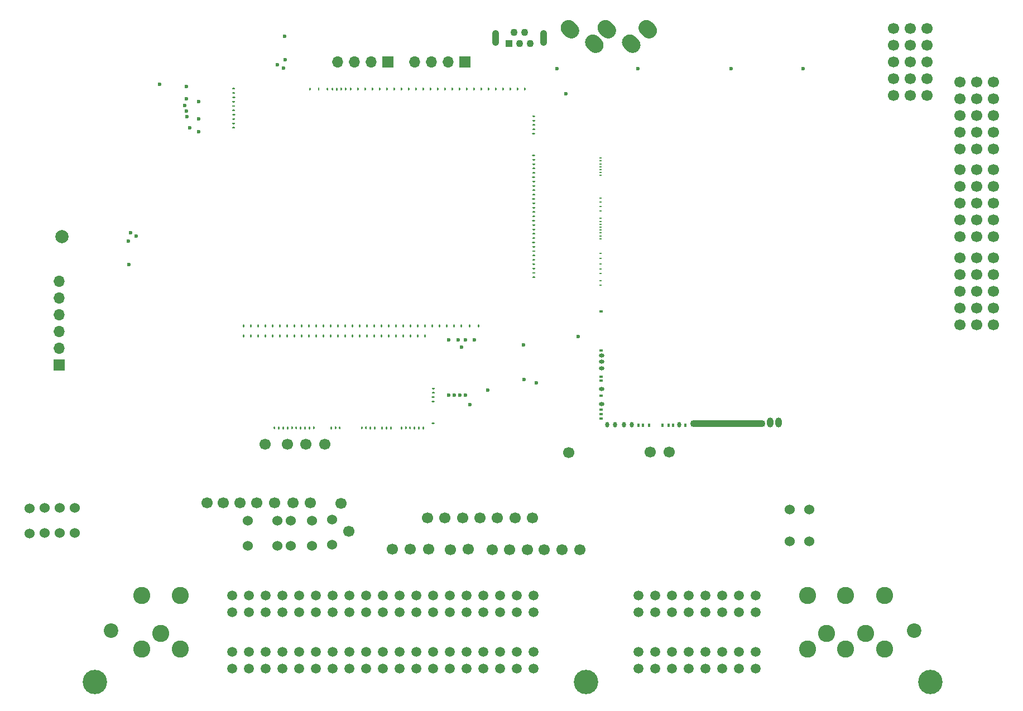
<source format=gbs>
G04 #@! TF.GenerationSoftware,KiCad,Pcbnew,(5.99.0-10192-g8d0191151d)*
G04 #@! TF.CreationDate,2021-04-27T20:27:15+03:00*
G04 #@! TF.ProjectId,hellen121vag,68656c6c-656e-4313-9231-7661672e6b69,a*
G04 #@! TF.SameCoordinates,PX2b953a0PY6943058*
G04 #@! TF.FileFunction,Soldermask,Bot*
G04 #@! TF.FilePolarity,Negative*
%FSLAX46Y46*%
G04 Gerber Fmt 4.6, Leading zero omitted, Abs format (unit mm)*
G04 Created by KiCad (PCBNEW (5.99.0-10192-g8d0191151d)) date 2021-04-27 20:27:15*
%MOMM*%
%LPD*%
G01*
G04 APERTURE LIST*
%ADD10C,3.700000*%
%ADD11C,2.200000*%
%ADD12C,2.600000*%
%ADD13C,1.500000*%
%ADD14C,1.700000*%
%ADD15C,0.599999*%
%ADD16O,1.000001X1.500000*%
%ADD17O,11.400000X1.100000*%
%ADD18O,0.399999X0.599999*%
%ADD19O,0.599999X0.800001*%
%ADD20O,0.599999X0.399999*%
%ADD21O,0.800001X0.599999*%
%ADD22O,0.399999X0.200000*%
%ADD23C,1.524000*%
%ADD24R,1.700000X1.700000*%
%ADD25O,1.700000X1.700000*%
%ADD26C,0.600000*%
%ADD27R,1.100000X1.100000*%
%ADD28C,1.100000*%
%ADD29O,1.100000X2.400000*%
%ADD30C,2.000000*%
G04 APERTURE END LIST*
D10*
G04 #@! TO.C,P1*
X145348000Y5492000D03*
X18648000Y5492000D03*
X93148000Y5492000D03*
D11*
X142898000Y13292000D03*
X21098000Y13292000D03*
D12*
X25748000Y10492000D03*
X31548000Y10492000D03*
X28648000Y12822000D03*
X25748000Y18622000D03*
X31548000Y18622000D03*
D13*
X85168000Y18622000D03*
X82628000Y18622000D03*
X80088000Y18622000D03*
X77548000Y18622000D03*
X75008000Y18622000D03*
X72468000Y18622000D03*
X69928000Y18622000D03*
X67388000Y18622000D03*
X64848000Y18622000D03*
X62308000Y18622000D03*
X59768000Y18622000D03*
X57228000Y18622000D03*
X54688000Y18622000D03*
X52148000Y18622000D03*
X49608000Y18622000D03*
X47068000Y18622000D03*
X44528000Y18622000D03*
X41988000Y18622000D03*
X39448000Y18622000D03*
X85168000Y16082000D03*
X82628000Y16082000D03*
X80088000Y16082000D03*
X77548000Y16082000D03*
X75008000Y16082000D03*
X72468000Y16082000D03*
X69928000Y16082000D03*
X67388000Y16082000D03*
X64848000Y16082000D03*
X62308000Y16082000D03*
X59768000Y16082000D03*
X57228000Y16082000D03*
X54688000Y16082000D03*
X52148000Y16082000D03*
X49608000Y16082000D03*
X47068000Y16082000D03*
X44528000Y16082000D03*
X41988000Y16082000D03*
X39448000Y16082000D03*
X85168000Y10032000D03*
X82628000Y10032000D03*
X80088000Y10032000D03*
X77548000Y10032000D03*
X75008000Y10032000D03*
X72468000Y10032000D03*
X69928000Y10032000D03*
X67388000Y10032000D03*
X64848000Y10032000D03*
X62308000Y10032000D03*
X59768000Y10032000D03*
X57228000Y10032000D03*
X54688000Y10032000D03*
X52148000Y10032000D03*
X49608000Y10032000D03*
X47068000Y10032000D03*
X44528000Y10032000D03*
X41988000Y10032000D03*
X39448000Y10032000D03*
X85168000Y7492000D03*
X82628000Y7492000D03*
X80088000Y7492000D03*
X77548000Y7492000D03*
X75008000Y7492000D03*
X72468000Y7492000D03*
X69928000Y7492000D03*
X67388000Y7492000D03*
X64848000Y7492000D03*
X62308000Y7492000D03*
X59768000Y7492000D03*
X57228000Y7492000D03*
X54688000Y7492000D03*
X52148000Y7492000D03*
X49608000Y7492000D03*
X47068000Y7492000D03*
X44528000Y7492000D03*
X41988000Y7492000D03*
X39448000Y7492000D03*
X101138000Y7492000D03*
X103678000Y7492000D03*
X106218000Y7492000D03*
X108758000Y7492000D03*
X111298000Y7492000D03*
X113838000Y7492000D03*
X116378000Y7492000D03*
X118918000Y7492000D03*
X101138000Y10032000D03*
X103678000Y10032000D03*
X106218000Y10032000D03*
X108758000Y10032000D03*
X111298000Y10032000D03*
X113838000Y10032000D03*
X116378000Y10032000D03*
X118918000Y10032000D03*
X101138000Y16082000D03*
X103678000Y16082000D03*
X106218000Y16082000D03*
X108758000Y16082000D03*
X111298000Y16082000D03*
X113838000Y16082000D03*
X116378000Y16082000D03*
X118918000Y16082000D03*
X101138000Y18622000D03*
X103678000Y18622000D03*
X106218000Y18622000D03*
X108758000Y18622000D03*
X111298000Y18622000D03*
X113838000Y18622000D03*
X116378000Y18622000D03*
X118918000Y18622000D03*
D12*
X126748000Y10492000D03*
X132548000Y10492000D03*
X138448000Y10492000D03*
X129648000Y12822000D03*
X135548000Y12822000D03*
X126748000Y18622000D03*
X132548000Y18622000D03*
X138448000Y18622000D03*
G04 #@! TD*
G04 #@! TO.C,M3*
G36*
G01*
X85339497Y91171375D02*
X85089497Y91171375D01*
G75*
G02*
X84964497Y91296375I0J125000D01*
G01*
X84964497Y91296375D01*
G75*
G02*
X85089497Y91421375I125000J0D01*
G01*
X85339497Y91421375D01*
G75*
G02*
X85464497Y91296375I0J-125000D01*
G01*
X85464497Y91296375D01*
G75*
G02*
X85339497Y91171375I-125000J0D01*
G01*
G37*
G36*
G01*
X85089497Y90761377D02*
X85339497Y90761377D01*
G75*
G02*
X85464497Y90636377I0J-125000D01*
G01*
X85464497Y90636377D01*
G75*
G02*
X85339497Y90511377I-125000J0D01*
G01*
X85089497Y90511377D01*
G75*
G02*
X84964497Y90636377I0J125000D01*
G01*
X84964497Y90636377D01*
G75*
G02*
X85089497Y90761377I125000J0D01*
G01*
G37*
G36*
G01*
X85089497Y90101372D02*
X85339497Y90101372D01*
G75*
G02*
X85464497Y89976372I0J-125000D01*
G01*
X85464497Y89976372D01*
G75*
G02*
X85339497Y89851372I-125000J0D01*
G01*
X85089497Y89851372D01*
G75*
G02*
X84964497Y89976372I0J125000D01*
G01*
X84964497Y89976372D01*
G75*
G02*
X85089497Y90101372I125000J0D01*
G01*
G37*
G36*
G01*
X85089497Y89441377D02*
X85339497Y89441377D01*
G75*
G02*
X85464497Y89316377I0J-125000D01*
G01*
X85464497Y89316377D01*
G75*
G02*
X85339497Y89191377I-125000J0D01*
G01*
X85089497Y89191377D01*
G75*
G02*
X84964497Y89316377I0J125000D01*
G01*
X84964497Y89316377D01*
G75*
G02*
X85089497Y89441377I125000J0D01*
G01*
G37*
G36*
G01*
X85089497Y88781375D02*
X85339497Y88781375D01*
G75*
G02*
X85464497Y88656375I0J-125000D01*
G01*
X85464497Y88656375D01*
G75*
G02*
X85339497Y88531375I-125000J0D01*
G01*
X85089497Y88531375D01*
G75*
G02*
X84964497Y88656375I0J125000D01*
G01*
X84964497Y88656375D01*
G75*
G02*
X85089497Y88781375I125000J0D01*
G01*
G37*
G36*
G01*
X85089497Y85481374D02*
X85339497Y85481374D01*
G75*
G02*
X85464497Y85356374I0J-125000D01*
G01*
X85464497Y85356374D01*
G75*
G02*
X85339497Y85231374I-125000J0D01*
G01*
X85089497Y85231374D01*
G75*
G02*
X84964497Y85356374I0J125000D01*
G01*
X84964497Y85356374D01*
G75*
G02*
X85089497Y85481374I125000J0D01*
G01*
G37*
G36*
G01*
X85089497Y84821373D02*
X85339497Y84821373D01*
G75*
G02*
X85464497Y84696373I0J-125000D01*
G01*
X85464497Y84696373D01*
G75*
G02*
X85339497Y84571373I-125000J0D01*
G01*
X85089497Y84571373D01*
G75*
G02*
X84964497Y84696373I0J125000D01*
G01*
X84964497Y84696373D01*
G75*
G02*
X85089497Y84821373I125000J0D01*
G01*
G37*
G36*
G01*
X85089497Y84161371D02*
X85339497Y84161371D01*
G75*
G02*
X85464497Y84036371I0J-125000D01*
G01*
X85464497Y84036371D01*
G75*
G02*
X85339497Y83911371I-125000J0D01*
G01*
X85089497Y83911371D01*
G75*
G02*
X84964497Y84036371I0J125000D01*
G01*
X84964497Y84036371D01*
G75*
G02*
X85089497Y84161371I125000J0D01*
G01*
G37*
G36*
G01*
X85089497Y83501373D02*
X85339497Y83501373D01*
G75*
G02*
X85464497Y83376373I0J-125000D01*
G01*
X85464497Y83376373D01*
G75*
G02*
X85339497Y83251373I-125000J0D01*
G01*
X85089497Y83251373D01*
G75*
G02*
X84964497Y83376373I0J125000D01*
G01*
X84964497Y83376373D01*
G75*
G02*
X85089497Y83501373I125000J0D01*
G01*
G37*
G36*
G01*
X85089497Y82841371D02*
X85339497Y82841371D01*
G75*
G02*
X85464497Y82716371I0J-125000D01*
G01*
X85464497Y82716371D01*
G75*
G02*
X85339497Y82591371I-125000J0D01*
G01*
X85089497Y82591371D01*
G75*
G02*
X84964497Y82716371I0J125000D01*
G01*
X84964497Y82716371D01*
G75*
G02*
X85089497Y82841371I125000J0D01*
G01*
G37*
G36*
G01*
X85089497Y82181373D02*
X85339497Y82181373D01*
G75*
G02*
X85464497Y82056373I0J-125000D01*
G01*
X85464497Y82056373D01*
G75*
G02*
X85339497Y81931373I-125000J0D01*
G01*
X85089497Y81931373D01*
G75*
G02*
X84964497Y82056373I0J125000D01*
G01*
X84964497Y82056373D01*
G75*
G02*
X85089497Y82181373I125000J0D01*
G01*
G37*
G36*
G01*
X85089497Y81521372D02*
X85339497Y81521372D01*
G75*
G02*
X85464497Y81396372I0J-125000D01*
G01*
X85464497Y81396372D01*
G75*
G02*
X85339497Y81271372I-125000J0D01*
G01*
X85089497Y81271372D01*
G75*
G02*
X84964497Y81396372I0J125000D01*
G01*
X84964497Y81396372D01*
G75*
G02*
X85089497Y81521372I125000J0D01*
G01*
G37*
G36*
G01*
X85089497Y80861373D02*
X85339497Y80861373D01*
G75*
G02*
X85464497Y80736373I0J-125000D01*
G01*
X85464497Y80736373D01*
G75*
G02*
X85339497Y80611373I-125000J0D01*
G01*
X85089497Y80611373D01*
G75*
G02*
X84964497Y80736373I0J125000D01*
G01*
X84964497Y80736373D01*
G75*
G02*
X85089497Y80861373I125000J0D01*
G01*
G37*
G36*
G01*
X85089497Y80201372D02*
X85339497Y80201372D01*
G75*
G02*
X85464497Y80076372I0J-125000D01*
G01*
X85464497Y80076372D01*
G75*
G02*
X85339497Y79951372I-125000J0D01*
G01*
X85089497Y79951372D01*
G75*
G02*
X84964497Y80076372I0J125000D01*
G01*
X84964497Y80076372D01*
G75*
G02*
X85089497Y80201372I125000J0D01*
G01*
G37*
G36*
G01*
X85089497Y79541373D02*
X85339497Y79541373D01*
G75*
G02*
X85464497Y79416373I0J-125000D01*
G01*
X85464497Y79416373D01*
G75*
G02*
X85339497Y79291373I-125000J0D01*
G01*
X85089497Y79291373D01*
G75*
G02*
X84964497Y79416373I0J125000D01*
G01*
X84964497Y79416373D01*
G75*
G02*
X85089497Y79541373I125000J0D01*
G01*
G37*
G36*
G01*
X85089497Y78881372D02*
X85339497Y78881372D01*
G75*
G02*
X85464497Y78756372I0J-125000D01*
G01*
X85464497Y78756372D01*
G75*
G02*
X85339497Y78631372I-125000J0D01*
G01*
X85089497Y78631372D01*
G75*
G02*
X84964497Y78756372I0J125000D01*
G01*
X84964497Y78756372D01*
G75*
G02*
X85089497Y78881372I125000J0D01*
G01*
G37*
G36*
G01*
X85089497Y78221373D02*
X85339497Y78221373D01*
G75*
G02*
X85464497Y78096373I0J-125000D01*
G01*
X85464497Y78096373D01*
G75*
G02*
X85339497Y77971373I-125000J0D01*
G01*
X85089497Y77971373D01*
G75*
G02*
X84964497Y78096373I0J125000D01*
G01*
X84964497Y78096373D01*
G75*
G02*
X85089497Y78221373I125000J0D01*
G01*
G37*
G36*
G01*
X85089497Y77561372D02*
X85339497Y77561372D01*
G75*
G02*
X85464497Y77436372I0J-125000D01*
G01*
X85464497Y77436372D01*
G75*
G02*
X85339497Y77311372I-125000J0D01*
G01*
X85089497Y77311372D01*
G75*
G02*
X84964497Y77436372I0J125000D01*
G01*
X84964497Y77436372D01*
G75*
G02*
X85089497Y77561372I125000J0D01*
G01*
G37*
G36*
G01*
X85089497Y76901373D02*
X85339497Y76901373D01*
G75*
G02*
X85464497Y76776373I0J-125000D01*
G01*
X85464497Y76776373D01*
G75*
G02*
X85339497Y76651373I-125000J0D01*
G01*
X85089497Y76651373D01*
G75*
G02*
X84964497Y76776373I0J125000D01*
G01*
X84964497Y76776373D01*
G75*
G02*
X85089497Y76901373I125000J0D01*
G01*
G37*
G36*
G01*
X85089497Y76241372D02*
X85339497Y76241372D01*
G75*
G02*
X85464497Y76116372I0J-125000D01*
G01*
X85464497Y76116372D01*
G75*
G02*
X85339497Y75991372I-125000J0D01*
G01*
X85089497Y75991372D01*
G75*
G02*
X84964497Y76116372I0J125000D01*
G01*
X84964497Y76116372D01*
G75*
G02*
X85089497Y76241372I125000J0D01*
G01*
G37*
G36*
G01*
X85089497Y75581373D02*
X85339497Y75581373D01*
G75*
G02*
X85464497Y75456373I0J-125000D01*
G01*
X85464497Y75456373D01*
G75*
G02*
X85339497Y75331373I-125000J0D01*
G01*
X85089497Y75331373D01*
G75*
G02*
X84964497Y75456373I0J125000D01*
G01*
X84964497Y75456373D01*
G75*
G02*
X85089497Y75581373I125000J0D01*
G01*
G37*
G36*
G01*
X85089497Y74921372D02*
X85339497Y74921372D01*
G75*
G02*
X85464497Y74796372I0J-125000D01*
G01*
X85464497Y74796372D01*
G75*
G02*
X85339497Y74671372I-125000J0D01*
G01*
X85089497Y74671372D01*
G75*
G02*
X84964497Y74796372I0J125000D01*
G01*
X84964497Y74796372D01*
G75*
G02*
X85089497Y74921372I125000J0D01*
G01*
G37*
G36*
G01*
X85089497Y74261373D02*
X85339497Y74261373D01*
G75*
G02*
X85464497Y74136373I0J-125000D01*
G01*
X85464497Y74136373D01*
G75*
G02*
X85339497Y74011373I-125000J0D01*
G01*
X85089497Y74011373D01*
G75*
G02*
X84964497Y74136373I0J125000D01*
G01*
X84964497Y74136373D01*
G75*
G02*
X85089497Y74261373I125000J0D01*
G01*
G37*
G36*
G01*
X85089497Y73601372D02*
X85339497Y73601372D01*
G75*
G02*
X85464497Y73476372I0J-125000D01*
G01*
X85464497Y73476372D01*
G75*
G02*
X85339497Y73351372I-125000J0D01*
G01*
X85089497Y73351372D01*
G75*
G02*
X84964497Y73476372I0J125000D01*
G01*
X84964497Y73476372D01*
G75*
G02*
X85089497Y73601372I125000J0D01*
G01*
G37*
G36*
G01*
X85089497Y72941373D02*
X85339497Y72941373D01*
G75*
G02*
X85464497Y72816373I0J-125000D01*
G01*
X85464497Y72816373D01*
G75*
G02*
X85339497Y72691373I-125000J0D01*
G01*
X85089497Y72691373D01*
G75*
G02*
X84964497Y72816373I0J125000D01*
G01*
X84964497Y72816373D01*
G75*
G02*
X85089497Y72941373I125000J0D01*
G01*
G37*
G36*
G01*
X85089497Y72281372D02*
X85339497Y72281372D01*
G75*
G02*
X85464497Y72156372I0J-125000D01*
G01*
X85464497Y72156372D01*
G75*
G02*
X85339497Y72031372I-125000J0D01*
G01*
X85089497Y72031372D01*
G75*
G02*
X84964497Y72156372I0J125000D01*
G01*
X84964497Y72156372D01*
G75*
G02*
X85089497Y72281372I125000J0D01*
G01*
G37*
G36*
G01*
X85089497Y71621374D02*
X85339497Y71621374D01*
G75*
G02*
X85464497Y71496374I0J-125000D01*
G01*
X85464497Y71496374D01*
G75*
G02*
X85339497Y71371374I-125000J0D01*
G01*
X85089497Y71371374D01*
G75*
G02*
X84964497Y71496374I0J125000D01*
G01*
X84964497Y71496374D01*
G75*
G02*
X85089497Y71621374I125000J0D01*
G01*
G37*
G36*
G01*
X85089497Y70961372D02*
X85339497Y70961372D01*
G75*
G02*
X85464497Y70836372I0J-125000D01*
G01*
X85464497Y70836372D01*
G75*
G02*
X85339497Y70711372I-125000J0D01*
G01*
X85089497Y70711372D01*
G75*
G02*
X84964497Y70836372I0J125000D01*
G01*
X84964497Y70836372D01*
G75*
G02*
X85089497Y70961372I125000J0D01*
G01*
G37*
G36*
G01*
X85089497Y70301374D02*
X85339497Y70301374D01*
G75*
G02*
X85464497Y70176374I0J-125000D01*
G01*
X85464497Y70176374D01*
G75*
G02*
X85339497Y70051374I-125000J0D01*
G01*
X85089497Y70051374D01*
G75*
G02*
X84964497Y70176374I0J125000D01*
G01*
X84964497Y70176374D01*
G75*
G02*
X85089497Y70301374I125000J0D01*
G01*
G37*
G36*
G01*
X85089497Y69641372D02*
X85339497Y69641372D01*
G75*
G02*
X85464497Y69516372I0J-125000D01*
G01*
X85464497Y69516372D01*
G75*
G02*
X85339497Y69391372I-125000J0D01*
G01*
X85089497Y69391372D01*
G75*
G02*
X84964497Y69516372I0J125000D01*
G01*
X84964497Y69516372D01*
G75*
G02*
X85089497Y69641372I125000J0D01*
G01*
G37*
G36*
G01*
X85089497Y68981374D02*
X85339497Y68981374D01*
G75*
G02*
X85464497Y68856374I0J-125000D01*
G01*
X85464497Y68856374D01*
G75*
G02*
X85339497Y68731374I-125000J0D01*
G01*
X85089497Y68731374D01*
G75*
G02*
X84964497Y68856374I0J125000D01*
G01*
X84964497Y68856374D01*
G75*
G02*
X85089497Y68981374I125000J0D01*
G01*
G37*
G36*
G01*
X85089497Y68321373D02*
X85339497Y68321373D01*
G75*
G02*
X85464497Y68196373I0J-125000D01*
G01*
X85464497Y68196373D01*
G75*
G02*
X85339497Y68071373I-125000J0D01*
G01*
X85089497Y68071373D01*
G75*
G02*
X84964497Y68196373I0J125000D01*
G01*
X84964497Y68196373D01*
G75*
G02*
X85089497Y68321373I125000J0D01*
G01*
G37*
G36*
G01*
X85089497Y67661374D02*
X85339497Y67661374D01*
G75*
G02*
X85464497Y67536374I0J-125000D01*
G01*
X85464497Y67536374D01*
G75*
G02*
X85339497Y67411374I-125000J0D01*
G01*
X85089497Y67411374D01*
G75*
G02*
X84964497Y67536374I0J125000D01*
G01*
X84964497Y67536374D01*
G75*
G02*
X85089497Y67661374I125000J0D01*
G01*
G37*
G36*
G01*
X85089497Y67001373D02*
X85339497Y67001373D01*
G75*
G02*
X85464497Y66876373I0J-125000D01*
G01*
X85464497Y66876373D01*
G75*
G02*
X85339497Y66751373I-125000J0D01*
G01*
X85089497Y66751373D01*
G75*
G02*
X84964497Y66876373I0J125000D01*
G01*
X84964497Y66876373D01*
G75*
G02*
X85089497Y67001373I125000J0D01*
G01*
G37*
G36*
G01*
X51392499Y95548377D02*
X51392499Y95298377D01*
G75*
G02*
X51267499Y95173377I-125000J0D01*
G01*
X51267499Y95173377D01*
G75*
G02*
X51142499Y95298377I0J125000D01*
G01*
X51142499Y95548377D01*
G75*
G02*
X51267499Y95673377I125000J0D01*
G01*
X51267499Y95673377D01*
G75*
G02*
X51392499Y95548377I0J-125000D01*
G01*
G37*
G36*
G01*
X52462501Y95298377D02*
X52462501Y95548377D01*
G75*
G02*
X52587501Y95673377I125000J0D01*
G01*
X52587501Y95673377D01*
G75*
G02*
X52712501Y95548377I0J-125000D01*
G01*
X52712501Y95298377D01*
G75*
G02*
X52587501Y95173377I-125000J0D01*
G01*
X52587501Y95173377D01*
G75*
G02*
X52462501Y95298377I0J125000D01*
G01*
G37*
G36*
G01*
X53782504Y95298377D02*
X53782504Y95548377D01*
G75*
G02*
X53907504Y95673377I125000J0D01*
G01*
X53907504Y95673377D01*
G75*
G02*
X54032504Y95548377I0J-125000D01*
G01*
X54032504Y95298377D01*
G75*
G02*
X53907504Y95173377I-125000J0D01*
G01*
X53907504Y95173377D01*
G75*
G02*
X53782504Y95298377I0J125000D01*
G01*
G37*
G36*
G01*
X54542502Y95298377D02*
X54542502Y95548377D01*
G75*
G02*
X54667502Y95673377I125000J0D01*
G01*
X54667502Y95673377D01*
G75*
G02*
X54792502Y95548377I0J-125000D01*
G01*
X54792502Y95298377D01*
G75*
G02*
X54667502Y95173377I-125000J0D01*
G01*
X54667502Y95173377D01*
G75*
G02*
X54542502Y95298377I0J125000D01*
G01*
G37*
G36*
G01*
X55207505Y95298377D02*
X55207505Y95548377D01*
G75*
G02*
X55332505Y95673377I125000J0D01*
G01*
X55332505Y95673377D01*
G75*
G02*
X55457505Y95548377I0J-125000D01*
G01*
X55457505Y95298377D01*
G75*
G02*
X55332505Y95173377I-125000J0D01*
G01*
X55332505Y95173377D01*
G75*
G02*
X55207505Y95298377I0J125000D01*
G01*
G37*
G36*
G01*
X55872507Y95298377D02*
X55872507Y95548377D01*
G75*
G02*
X55997507Y95673377I125000J0D01*
G01*
X55997507Y95673377D01*
G75*
G02*
X56122507Y95548377I0J-125000D01*
G01*
X56122507Y95298377D01*
G75*
G02*
X55997507Y95173377I-125000J0D01*
G01*
X55997507Y95173377D01*
G75*
G02*
X55872507Y95298377I0J125000D01*
G01*
G37*
G36*
G01*
X56537497Y95298377D02*
X56537497Y95548377D01*
G75*
G02*
X56662497Y95673377I125000J0D01*
G01*
X56662497Y95673377D01*
G75*
G02*
X56787497Y95548377I0J-125000D01*
G01*
X56787497Y95298377D01*
G75*
G02*
X56662497Y95173377I-125000J0D01*
G01*
X56662497Y95173377D01*
G75*
G02*
X56537497Y95298377I0J125000D01*
G01*
G37*
G36*
G01*
X57312497Y95298377D02*
X57312497Y95548377D01*
G75*
G02*
X57437497Y95673377I125000J0D01*
G01*
X57437497Y95673377D01*
G75*
G02*
X57562497Y95548377I0J-125000D01*
G01*
X57562497Y95298377D01*
G75*
G02*
X57437497Y95173377I-125000J0D01*
G01*
X57437497Y95173377D01*
G75*
G02*
X57312497Y95298377I0J125000D01*
G01*
G37*
G36*
G01*
X58412495Y95298377D02*
X58412495Y95548377D01*
G75*
G02*
X58537495Y95673377I125000J0D01*
G01*
X58537495Y95673377D01*
G75*
G02*
X58662495Y95548377I0J-125000D01*
G01*
X58662495Y95298377D01*
G75*
G02*
X58537495Y95173377I-125000J0D01*
G01*
X58537495Y95173377D01*
G75*
G02*
X58412495Y95298377I0J125000D01*
G01*
G37*
G36*
G01*
X59512492Y95298377D02*
X59512492Y95548377D01*
G75*
G02*
X59637492Y95673377I125000J0D01*
G01*
X59637492Y95673377D01*
G75*
G02*
X59762492Y95548377I0J-125000D01*
G01*
X59762492Y95298377D01*
G75*
G02*
X59637492Y95173377I-125000J0D01*
G01*
X59637492Y95173377D01*
G75*
G02*
X59512492Y95298377I0J125000D01*
G01*
G37*
G36*
G01*
X60612490Y95298377D02*
X60612490Y95548377D01*
G75*
G02*
X60737490Y95673377I125000J0D01*
G01*
X60737490Y95673377D01*
G75*
G02*
X60862490Y95548377I0J-125000D01*
G01*
X60862490Y95298377D01*
G75*
G02*
X60737490Y95173377I-125000J0D01*
G01*
X60737490Y95173377D01*
G75*
G02*
X60612490Y95298377I0J125000D01*
G01*
G37*
G36*
G01*
X61712488Y95298377D02*
X61712488Y95548377D01*
G75*
G02*
X61837488Y95673377I125000J0D01*
G01*
X61837488Y95673377D01*
G75*
G02*
X61962488Y95548377I0J-125000D01*
G01*
X61962488Y95298377D01*
G75*
G02*
X61837488Y95173377I-125000J0D01*
G01*
X61837488Y95173377D01*
G75*
G02*
X61712488Y95298377I0J125000D01*
G01*
G37*
G36*
G01*
X62812486Y95298377D02*
X62812486Y95548377D01*
G75*
G02*
X62937486Y95673377I125000J0D01*
G01*
X62937486Y95673377D01*
G75*
G02*
X63062486Y95548377I0J-125000D01*
G01*
X63062486Y95298377D01*
G75*
G02*
X62937486Y95173377I-125000J0D01*
G01*
X62937486Y95173377D01*
G75*
G02*
X62812486Y95298377I0J125000D01*
G01*
G37*
G36*
G01*
X63912484Y95298377D02*
X63912484Y95548377D01*
G75*
G02*
X64037484Y95673377I125000J0D01*
G01*
X64037484Y95673377D01*
G75*
G02*
X64162484Y95548377I0J-125000D01*
G01*
X64162484Y95298377D01*
G75*
G02*
X64037484Y95173377I-125000J0D01*
G01*
X64037484Y95173377D01*
G75*
G02*
X63912484Y95298377I0J125000D01*
G01*
G37*
G36*
G01*
X65012481Y95298377D02*
X65012481Y95548377D01*
G75*
G02*
X65137481Y95673377I125000J0D01*
G01*
X65137481Y95673377D01*
G75*
G02*
X65262481Y95548377I0J-125000D01*
G01*
X65262481Y95298377D01*
G75*
G02*
X65137481Y95173377I-125000J0D01*
G01*
X65137481Y95173377D01*
G75*
G02*
X65012481Y95298377I0J125000D01*
G01*
G37*
G36*
G01*
X66112479Y95298377D02*
X66112479Y95548377D01*
G75*
G02*
X66237479Y95673377I125000J0D01*
G01*
X66237479Y95673377D01*
G75*
G02*
X66362479Y95548377I0J-125000D01*
G01*
X66362479Y95298377D01*
G75*
G02*
X66237479Y95173377I-125000J0D01*
G01*
X66237479Y95173377D01*
G75*
G02*
X66112479Y95298377I0J125000D01*
G01*
G37*
G36*
G01*
X67212477Y95298377D02*
X67212477Y95548377D01*
G75*
G02*
X67337477Y95673377I125000J0D01*
G01*
X67337477Y95673377D01*
G75*
G02*
X67462477Y95548377I0J-125000D01*
G01*
X67462477Y95298377D01*
G75*
G02*
X67337477Y95173377I-125000J0D01*
G01*
X67337477Y95173377D01*
G75*
G02*
X67212477Y95298377I0J125000D01*
G01*
G37*
G36*
G01*
X68312475Y95298377D02*
X68312475Y95548377D01*
G75*
G02*
X68437475Y95673377I125000J0D01*
G01*
X68437475Y95673377D01*
G75*
G02*
X68562475Y95548377I0J-125000D01*
G01*
X68562475Y95298377D01*
G75*
G02*
X68437475Y95173377I-125000J0D01*
G01*
X68437475Y95173377D01*
G75*
G02*
X68312475Y95298377I0J125000D01*
G01*
G37*
G36*
G01*
X69412473Y95298377D02*
X69412473Y95548377D01*
G75*
G02*
X69537473Y95673377I125000J0D01*
G01*
X69537473Y95673377D01*
G75*
G02*
X69662473Y95548377I0J-125000D01*
G01*
X69662473Y95298377D01*
G75*
G02*
X69537473Y95173377I-125000J0D01*
G01*
X69537473Y95173377D01*
G75*
G02*
X69412473Y95298377I0J125000D01*
G01*
G37*
G36*
G01*
X70512470Y95298377D02*
X70512470Y95548377D01*
G75*
G02*
X70637470Y95673377I125000J0D01*
G01*
X70637470Y95673377D01*
G75*
G02*
X70762470Y95548377I0J-125000D01*
G01*
X70762470Y95298377D01*
G75*
G02*
X70637470Y95173377I-125000J0D01*
G01*
X70637470Y95173377D01*
G75*
G02*
X70512470Y95298377I0J125000D01*
G01*
G37*
G36*
G01*
X71612468Y95298377D02*
X71612468Y95548377D01*
G75*
G02*
X71737468Y95673377I125000J0D01*
G01*
X71737468Y95673377D01*
G75*
G02*
X71862468Y95548377I0J-125000D01*
G01*
X71862468Y95298377D01*
G75*
G02*
X71737468Y95173377I-125000J0D01*
G01*
X71737468Y95173377D01*
G75*
G02*
X71612468Y95298377I0J125000D01*
G01*
G37*
G36*
G01*
X72712466Y95298377D02*
X72712466Y95548377D01*
G75*
G02*
X72837466Y95673377I125000J0D01*
G01*
X72837466Y95673377D01*
G75*
G02*
X72962466Y95548377I0J-125000D01*
G01*
X72962466Y95298377D01*
G75*
G02*
X72837466Y95173377I-125000J0D01*
G01*
X72837466Y95173377D01*
G75*
G02*
X72712466Y95298377I0J125000D01*
G01*
G37*
G36*
G01*
X73812464Y95298377D02*
X73812464Y95548377D01*
G75*
G02*
X73937464Y95673377I125000J0D01*
G01*
X73937464Y95673377D01*
G75*
G02*
X74062464Y95548377I0J-125000D01*
G01*
X74062464Y95298377D01*
G75*
G02*
X73937464Y95173377I-125000J0D01*
G01*
X73937464Y95173377D01*
G75*
G02*
X73812464Y95298377I0J125000D01*
G01*
G37*
G36*
G01*
X74912462Y95298377D02*
X74912462Y95548377D01*
G75*
G02*
X75037462Y95673377I125000J0D01*
G01*
X75037462Y95673377D01*
G75*
G02*
X75162462Y95548377I0J-125000D01*
G01*
X75162462Y95298377D01*
G75*
G02*
X75037462Y95173377I-125000J0D01*
G01*
X75037462Y95173377D01*
G75*
G02*
X74912462Y95298377I0J125000D01*
G01*
G37*
G36*
G01*
X76012459Y95298377D02*
X76012459Y95548377D01*
G75*
G02*
X76137459Y95673377I125000J0D01*
G01*
X76137459Y95673377D01*
G75*
G02*
X76262459Y95548377I0J-125000D01*
G01*
X76262459Y95298377D01*
G75*
G02*
X76137459Y95173377I-125000J0D01*
G01*
X76137459Y95173377D01*
G75*
G02*
X76012459Y95298377I0J125000D01*
G01*
G37*
G36*
G01*
X77112457Y95298377D02*
X77112457Y95548377D01*
G75*
G02*
X77237457Y95673377I125000J0D01*
G01*
X77237457Y95673377D01*
G75*
G02*
X77362457Y95548377I0J-125000D01*
G01*
X77362457Y95298377D01*
G75*
G02*
X77237457Y95173377I-125000J0D01*
G01*
X77237457Y95173377D01*
G75*
G02*
X77112457Y95298377I0J125000D01*
G01*
G37*
G36*
G01*
X78212455Y95298377D02*
X78212455Y95548377D01*
G75*
G02*
X78337455Y95673377I125000J0D01*
G01*
X78337455Y95673377D01*
G75*
G02*
X78462455Y95548377I0J-125000D01*
G01*
X78462455Y95298377D01*
G75*
G02*
X78337455Y95173377I-125000J0D01*
G01*
X78337455Y95173377D01*
G75*
G02*
X78212455Y95298377I0J125000D01*
G01*
G37*
G36*
G01*
X79312453Y95298377D02*
X79312453Y95548377D01*
G75*
G02*
X79437453Y95673377I125000J0D01*
G01*
X79437453Y95673377D01*
G75*
G02*
X79562453Y95548377I0J-125000D01*
G01*
X79562453Y95298377D01*
G75*
G02*
X79437453Y95173377I-125000J0D01*
G01*
X79437453Y95173377D01*
G75*
G02*
X79312453Y95298377I0J125000D01*
G01*
G37*
G36*
G01*
X80412451Y95298377D02*
X80412451Y95548377D01*
G75*
G02*
X80537451Y95673377I125000J0D01*
G01*
X80537451Y95673377D01*
G75*
G02*
X80662451Y95548377I0J-125000D01*
G01*
X80662451Y95298377D01*
G75*
G02*
X80537451Y95173377I-125000J0D01*
G01*
X80537451Y95173377D01*
G75*
G02*
X80412451Y95298377I0J125000D01*
G01*
G37*
G36*
G01*
X81512448Y95298377D02*
X81512448Y95548377D01*
G75*
G02*
X81637448Y95673377I125000J0D01*
G01*
X81637448Y95673377D01*
G75*
G02*
X81762448Y95548377I0J-125000D01*
G01*
X81762448Y95298377D01*
G75*
G02*
X81637448Y95173377I-125000J0D01*
G01*
X81637448Y95173377D01*
G75*
G02*
X81512448Y95298377I0J125000D01*
G01*
G37*
G36*
G01*
X82612446Y95298377D02*
X82612446Y95548377D01*
G75*
G02*
X82737446Y95673377I125000J0D01*
G01*
X82737446Y95673377D01*
G75*
G02*
X82862446Y95548377I0J-125000D01*
G01*
X82862446Y95298377D01*
G75*
G02*
X82737446Y95173377I-125000J0D01*
G01*
X82737446Y95173377D01*
G75*
G02*
X82612446Y95298377I0J125000D01*
G01*
G37*
G36*
G01*
X83712444Y95298377D02*
X83712444Y95548377D01*
G75*
G02*
X83837444Y95673377I125000J0D01*
G01*
X83837444Y95673377D01*
G75*
G02*
X83962444Y95548377I0J-125000D01*
G01*
X83962444Y95298377D01*
G75*
G02*
X83837444Y95173377I-125000J0D01*
G01*
X83837444Y95173377D01*
G75*
G02*
X83712444Y95298377I0J125000D01*
G01*
G37*
G36*
G01*
X76712501Y59369377D02*
X76712501Y59619377D01*
G75*
G02*
X76837501Y59744377I125000J0D01*
G01*
X76837501Y59744377D01*
G75*
G02*
X76962501Y59619377I0J-125000D01*
G01*
X76962501Y59369377D01*
G75*
G02*
X76837501Y59244377I-125000J0D01*
G01*
X76837501Y59244377D01*
G75*
G02*
X76712501Y59369377I0J125000D01*
G01*
G37*
G36*
G01*
X75642499Y59619377D02*
X75642499Y59369377D01*
G75*
G02*
X75517499Y59244377I-125000J0D01*
G01*
X75517499Y59244377D01*
G75*
G02*
X75392499Y59369377I0J125000D01*
G01*
X75392499Y59619377D01*
G75*
G02*
X75517499Y59744377I125000J0D01*
G01*
X75517499Y59744377D01*
G75*
G02*
X75642499Y59619377I0J-125000D01*
G01*
G37*
G36*
G01*
X74322496Y59619377D02*
X74322496Y59369377D01*
G75*
G02*
X74197496Y59244377I-125000J0D01*
G01*
X74197496Y59244377D01*
G75*
G02*
X74072496Y59369377I0J125000D01*
G01*
X74072496Y59619377D01*
G75*
G02*
X74197496Y59744377I125000J0D01*
G01*
X74197496Y59744377D01*
G75*
G02*
X74322496Y59619377I0J-125000D01*
G01*
G37*
G36*
G01*
X73222499Y59619377D02*
X73222499Y59369377D01*
G75*
G02*
X73097499Y59244377I-125000J0D01*
G01*
X73097499Y59244377D01*
G75*
G02*
X72972499Y59369377I0J125000D01*
G01*
X72972499Y59619377D01*
G75*
G02*
X73097499Y59744377I125000J0D01*
G01*
X73097499Y59744377D01*
G75*
G02*
X73222499Y59619377I0J-125000D01*
G01*
G37*
G36*
G01*
X72122501Y59619377D02*
X72122501Y59369377D01*
G75*
G02*
X71997501Y59244377I-125000J0D01*
G01*
X71997501Y59244377D01*
G75*
G02*
X71872501Y59369377I0J125000D01*
G01*
X71872501Y59619377D01*
G75*
G02*
X71997501Y59744377I125000J0D01*
G01*
X71997501Y59744377D01*
G75*
G02*
X72122501Y59619377I0J-125000D01*
G01*
G37*
G36*
G01*
X71022503Y59619377D02*
X71022503Y59369377D01*
G75*
G02*
X70897503Y59244377I-125000J0D01*
G01*
X70897503Y59244377D01*
G75*
G02*
X70772503Y59369377I0J125000D01*
G01*
X70772503Y59619377D01*
G75*
G02*
X70897503Y59744377I125000J0D01*
G01*
X70897503Y59744377D01*
G75*
G02*
X71022503Y59619377I0J-125000D01*
G01*
G37*
G36*
G01*
X69922505Y59619377D02*
X69922505Y59369377D01*
G75*
G02*
X69797505Y59244377I-125000J0D01*
G01*
X69797505Y59244377D01*
G75*
G02*
X69672505Y59369377I0J125000D01*
G01*
X69672505Y59619377D01*
G75*
G02*
X69797505Y59744377I125000J0D01*
G01*
X69797505Y59744377D01*
G75*
G02*
X69922505Y59619377I0J-125000D01*
G01*
G37*
G36*
G01*
X68822507Y59619377D02*
X68822507Y59369377D01*
G75*
G02*
X68697507Y59244377I-125000J0D01*
G01*
X68697507Y59244377D01*
G75*
G02*
X68572507Y59369377I0J125000D01*
G01*
X68572507Y59619377D01*
G75*
G02*
X68697507Y59744377I125000J0D01*
G01*
X68697507Y59744377D01*
G75*
G02*
X68822507Y59619377I0J-125000D01*
G01*
G37*
G36*
G01*
X67722510Y59619377D02*
X67722510Y59369377D01*
G75*
G02*
X67597510Y59244377I-125000J0D01*
G01*
X67597510Y59244377D01*
G75*
G02*
X67472510Y59369377I0J125000D01*
G01*
X67472510Y59619377D01*
G75*
G02*
X67597510Y59744377I125000J0D01*
G01*
X67597510Y59744377D01*
G75*
G02*
X67722510Y59619377I0J-125000D01*
G01*
G37*
G36*
G01*
X66622512Y59619377D02*
X66622512Y59369377D01*
G75*
G02*
X66497512Y59244377I-125000J0D01*
G01*
X66497512Y59244377D01*
G75*
G02*
X66372512Y59369377I0J125000D01*
G01*
X66372512Y59619377D01*
G75*
G02*
X66497512Y59744377I125000J0D01*
G01*
X66497512Y59744377D01*
G75*
G02*
X66622512Y59619377I0J-125000D01*
G01*
G37*
G36*
G01*
X65522514Y59619377D02*
X65522514Y59369377D01*
G75*
G02*
X65397514Y59244377I-125000J0D01*
G01*
X65397514Y59244377D01*
G75*
G02*
X65272514Y59369377I0J125000D01*
G01*
X65272514Y59619377D01*
G75*
G02*
X65397514Y59744377I125000J0D01*
G01*
X65397514Y59744377D01*
G75*
G02*
X65522514Y59619377I0J-125000D01*
G01*
G37*
G36*
G01*
X64422516Y59619377D02*
X64422516Y59369377D01*
G75*
G02*
X64297516Y59244377I-125000J0D01*
G01*
X64297516Y59244377D01*
G75*
G02*
X64172516Y59369377I0J125000D01*
G01*
X64172516Y59619377D01*
G75*
G02*
X64297516Y59744377I125000J0D01*
G01*
X64297516Y59744377D01*
G75*
G02*
X64422516Y59619377I0J-125000D01*
G01*
G37*
G36*
G01*
X63322518Y59619377D02*
X63322518Y59369377D01*
G75*
G02*
X63197518Y59244377I-125000J0D01*
G01*
X63197518Y59244377D01*
G75*
G02*
X63072518Y59369377I0J125000D01*
G01*
X63072518Y59619377D01*
G75*
G02*
X63197518Y59744377I125000J0D01*
G01*
X63197518Y59744377D01*
G75*
G02*
X63322518Y59619377I0J-125000D01*
G01*
G37*
G36*
G01*
X62222521Y59619377D02*
X62222521Y59369377D01*
G75*
G02*
X62097521Y59244377I-125000J0D01*
G01*
X62097521Y59244377D01*
G75*
G02*
X61972521Y59369377I0J125000D01*
G01*
X61972521Y59619377D01*
G75*
G02*
X62097521Y59744377I125000J0D01*
G01*
X62097521Y59744377D01*
G75*
G02*
X62222521Y59619377I0J-125000D01*
G01*
G37*
G36*
G01*
X61122523Y59619377D02*
X61122523Y59369377D01*
G75*
G02*
X60997523Y59244377I-125000J0D01*
G01*
X60997523Y59244377D01*
G75*
G02*
X60872523Y59369377I0J125000D01*
G01*
X60872523Y59619377D01*
G75*
G02*
X60997523Y59744377I125000J0D01*
G01*
X60997523Y59744377D01*
G75*
G02*
X61122523Y59619377I0J-125000D01*
G01*
G37*
G36*
G01*
X60022525Y59619377D02*
X60022525Y59369377D01*
G75*
G02*
X59897525Y59244377I-125000J0D01*
G01*
X59897525Y59244377D01*
G75*
G02*
X59772525Y59369377I0J125000D01*
G01*
X59772525Y59619377D01*
G75*
G02*
X59897525Y59744377I125000J0D01*
G01*
X59897525Y59744377D01*
G75*
G02*
X60022525Y59619377I0J-125000D01*
G01*
G37*
G36*
G01*
X58922527Y59619377D02*
X58922527Y59369377D01*
G75*
G02*
X58797527Y59244377I-125000J0D01*
G01*
X58797527Y59244377D01*
G75*
G02*
X58672527Y59369377I0J125000D01*
G01*
X58672527Y59619377D01*
G75*
G02*
X58797527Y59744377I125000J0D01*
G01*
X58797527Y59744377D01*
G75*
G02*
X58922527Y59619377I0J-125000D01*
G01*
G37*
G36*
G01*
X57822529Y59619377D02*
X57822529Y59369377D01*
G75*
G02*
X57697529Y59244377I-125000J0D01*
G01*
X57697529Y59244377D01*
G75*
G02*
X57572529Y59369377I0J125000D01*
G01*
X57572529Y59619377D01*
G75*
G02*
X57697529Y59744377I125000J0D01*
G01*
X57697529Y59744377D01*
G75*
G02*
X57822529Y59619377I0J-125000D01*
G01*
G37*
G36*
G01*
X56722532Y59619377D02*
X56722532Y59369377D01*
G75*
G02*
X56597532Y59244377I-125000J0D01*
G01*
X56597532Y59244377D01*
G75*
G02*
X56472532Y59369377I0J125000D01*
G01*
X56472532Y59619377D01*
G75*
G02*
X56597532Y59744377I125000J0D01*
G01*
X56597532Y59744377D01*
G75*
G02*
X56722532Y59619377I0J-125000D01*
G01*
G37*
G36*
G01*
X55622534Y59619377D02*
X55622534Y59369377D01*
G75*
G02*
X55497534Y59244377I-125000J0D01*
G01*
X55497534Y59244377D01*
G75*
G02*
X55372534Y59369377I0J125000D01*
G01*
X55372534Y59619377D01*
G75*
G02*
X55497534Y59744377I125000J0D01*
G01*
X55497534Y59744377D01*
G75*
G02*
X55622534Y59619377I0J-125000D01*
G01*
G37*
G36*
G01*
X54522536Y59619377D02*
X54522536Y59369377D01*
G75*
G02*
X54397536Y59244377I-125000J0D01*
G01*
X54397536Y59244377D01*
G75*
G02*
X54272536Y59369377I0J125000D01*
G01*
X54272536Y59619377D01*
G75*
G02*
X54397536Y59744377I125000J0D01*
G01*
X54397536Y59744377D01*
G75*
G02*
X54522536Y59619377I0J-125000D01*
G01*
G37*
G36*
G01*
X53422538Y59619377D02*
X53422538Y59369377D01*
G75*
G02*
X53297538Y59244377I-125000J0D01*
G01*
X53297538Y59244377D01*
G75*
G02*
X53172538Y59369377I0J125000D01*
G01*
X53172538Y59619377D01*
G75*
G02*
X53297538Y59744377I125000J0D01*
G01*
X53297538Y59744377D01*
G75*
G02*
X53422538Y59619377I0J-125000D01*
G01*
G37*
G36*
G01*
X52322540Y59619377D02*
X52322540Y59369377D01*
G75*
G02*
X52197540Y59244377I-125000J0D01*
G01*
X52197540Y59244377D01*
G75*
G02*
X52072540Y59369377I0J125000D01*
G01*
X52072540Y59619377D01*
G75*
G02*
X52197540Y59744377I125000J0D01*
G01*
X52197540Y59744377D01*
G75*
G02*
X52322540Y59619377I0J-125000D01*
G01*
G37*
G36*
G01*
X51222543Y59619377D02*
X51222543Y59369377D01*
G75*
G02*
X51097543Y59244377I-125000J0D01*
G01*
X51097543Y59244377D01*
G75*
G02*
X50972543Y59369377I0J125000D01*
G01*
X50972543Y59619377D01*
G75*
G02*
X51097543Y59744377I125000J0D01*
G01*
X51097543Y59744377D01*
G75*
G02*
X51222543Y59619377I0J-125000D01*
G01*
G37*
G36*
G01*
X50122545Y59619377D02*
X50122545Y59369377D01*
G75*
G02*
X49997545Y59244377I-125000J0D01*
G01*
X49997545Y59244377D01*
G75*
G02*
X49872545Y59369377I0J125000D01*
G01*
X49872545Y59619377D01*
G75*
G02*
X49997545Y59744377I125000J0D01*
G01*
X49997545Y59744377D01*
G75*
G02*
X50122545Y59619377I0J-125000D01*
G01*
G37*
G36*
G01*
X49022547Y59619377D02*
X49022547Y59369377D01*
G75*
G02*
X48897547Y59244377I-125000J0D01*
G01*
X48897547Y59244377D01*
G75*
G02*
X48772547Y59369377I0J125000D01*
G01*
X48772547Y59619377D01*
G75*
G02*
X48897547Y59744377I125000J0D01*
G01*
X48897547Y59744377D01*
G75*
G02*
X49022547Y59619377I0J-125000D01*
G01*
G37*
G36*
G01*
X47922549Y59619377D02*
X47922549Y59369377D01*
G75*
G02*
X47797549Y59244377I-125000J0D01*
G01*
X47797549Y59244377D01*
G75*
G02*
X47672549Y59369377I0J125000D01*
G01*
X47672549Y59619377D01*
G75*
G02*
X47797549Y59744377I125000J0D01*
G01*
X47797549Y59744377D01*
G75*
G02*
X47922549Y59619377I0J-125000D01*
G01*
G37*
G36*
G01*
X46822551Y59619377D02*
X46822551Y59369377D01*
G75*
G02*
X46697551Y59244377I-125000J0D01*
G01*
X46697551Y59244377D01*
G75*
G02*
X46572551Y59369377I0J125000D01*
G01*
X46572551Y59619377D01*
G75*
G02*
X46697551Y59744377I125000J0D01*
G01*
X46697551Y59744377D01*
G75*
G02*
X46822551Y59619377I0J-125000D01*
G01*
G37*
G36*
G01*
X45722554Y59619377D02*
X45722554Y59369377D01*
G75*
G02*
X45597554Y59244377I-125000J0D01*
G01*
X45597554Y59244377D01*
G75*
G02*
X45472554Y59369377I0J125000D01*
G01*
X45472554Y59619377D01*
G75*
G02*
X45597554Y59744377I125000J0D01*
G01*
X45597554Y59744377D01*
G75*
G02*
X45722554Y59619377I0J-125000D01*
G01*
G37*
G36*
G01*
X44622556Y59619377D02*
X44622556Y59369377D01*
G75*
G02*
X44497556Y59244377I-125000J0D01*
G01*
X44497556Y59244377D01*
G75*
G02*
X44372556Y59369377I0J125000D01*
G01*
X44372556Y59619377D01*
G75*
G02*
X44497556Y59744377I125000J0D01*
G01*
X44497556Y59744377D01*
G75*
G02*
X44622556Y59619377I0J-125000D01*
G01*
G37*
G36*
G01*
X43522558Y59619377D02*
X43522558Y59369377D01*
G75*
G02*
X43397558Y59244377I-125000J0D01*
G01*
X43397558Y59244377D01*
G75*
G02*
X43272558Y59369377I0J125000D01*
G01*
X43272558Y59619377D01*
G75*
G02*
X43397558Y59744377I125000J0D01*
G01*
X43397558Y59744377D01*
G75*
G02*
X43522558Y59619377I0J-125000D01*
G01*
G37*
G36*
G01*
X42422560Y59619377D02*
X42422560Y59369377D01*
G75*
G02*
X42297560Y59244377I-125000J0D01*
G01*
X42297560Y59244377D01*
G75*
G02*
X42172560Y59369377I0J125000D01*
G01*
X42172560Y59619377D01*
G75*
G02*
X42297560Y59744377I125000J0D01*
G01*
X42297560Y59744377D01*
G75*
G02*
X42422560Y59619377I0J-125000D01*
G01*
G37*
G36*
G01*
X41322562Y59619377D02*
X41322562Y59369377D01*
G75*
G02*
X41197562Y59244377I-125000J0D01*
G01*
X41197562Y59244377D01*
G75*
G02*
X41072562Y59369377I0J125000D01*
G01*
X41072562Y59619377D01*
G75*
G02*
X41197562Y59744377I125000J0D01*
G01*
X41197562Y59744377D01*
G75*
G02*
X41322562Y59619377I0J-125000D01*
G01*
G37*
G36*
G01*
X39812499Y89426377D02*
X39562499Y89426377D01*
G75*
G02*
X39437499Y89551377I0J125000D01*
G01*
X39437499Y89551377D01*
G75*
G02*
X39562499Y89676377I125000J0D01*
G01*
X39812499Y89676377D01*
G75*
G02*
X39937499Y89551377I0J-125000D01*
G01*
X39937499Y89551377D01*
G75*
G02*
X39812499Y89426377I-125000J0D01*
G01*
G37*
G36*
G01*
X39812499Y90086377D02*
X39562499Y90086377D01*
G75*
G02*
X39437499Y90211377I0J125000D01*
G01*
X39437499Y90211377D01*
G75*
G02*
X39562499Y90336377I125000J0D01*
G01*
X39812499Y90336377D01*
G75*
G02*
X39937499Y90211377I0J-125000D01*
G01*
X39937499Y90211377D01*
G75*
G02*
X39812499Y90086377I-125000J0D01*
G01*
G37*
G36*
G01*
X39812499Y90746379D02*
X39562499Y90746379D01*
G75*
G02*
X39437499Y90871379I0J125000D01*
G01*
X39437499Y90871379D01*
G75*
G02*
X39562499Y90996379I125000J0D01*
G01*
X39812499Y90996379D01*
G75*
G02*
X39937499Y90871379I0J-125000D01*
G01*
X39937499Y90871379D01*
G75*
G02*
X39812499Y90746379I-125000J0D01*
G01*
G37*
G36*
G01*
X39812499Y91406380D02*
X39562499Y91406380D01*
G75*
G02*
X39437499Y91531380I0J125000D01*
G01*
X39437499Y91531380D01*
G75*
G02*
X39562499Y91656380I125000J0D01*
G01*
X39812499Y91656380D01*
G75*
G02*
X39937499Y91531380I0J-125000D01*
G01*
X39937499Y91531380D01*
G75*
G02*
X39812499Y91406380I-125000J0D01*
G01*
G37*
G36*
G01*
X39812499Y92066382D02*
X39562499Y92066382D01*
G75*
G02*
X39437499Y92191382I0J125000D01*
G01*
X39437499Y92191382D01*
G75*
G02*
X39562499Y92316382I125000J0D01*
G01*
X39812499Y92316382D01*
G75*
G02*
X39937499Y92191382I0J-125000D01*
G01*
X39937499Y92191382D01*
G75*
G02*
X39812499Y92066382I-125000J0D01*
G01*
G37*
G36*
G01*
X39812499Y92726383D02*
X39562499Y92726383D01*
G75*
G02*
X39437499Y92851383I0J125000D01*
G01*
X39437499Y92851383D01*
G75*
G02*
X39562499Y92976383I125000J0D01*
G01*
X39812499Y92976383D01*
G75*
G02*
X39937499Y92851383I0J-125000D01*
G01*
X39937499Y92851383D01*
G75*
G02*
X39812499Y92726383I-125000J0D01*
G01*
G37*
G36*
G01*
X39812499Y93386384D02*
X39562499Y93386384D01*
G75*
G02*
X39437499Y93511384I0J125000D01*
G01*
X39437499Y93511384D01*
G75*
G02*
X39562499Y93636384I125000J0D01*
G01*
X39812499Y93636384D01*
G75*
G02*
X39937499Y93511384I0J-125000D01*
G01*
X39937499Y93511384D01*
G75*
G02*
X39812499Y93386384I-125000J0D01*
G01*
G37*
G36*
G01*
X39812499Y94046385D02*
X39562499Y94046385D01*
G75*
G02*
X39437499Y94171385I0J125000D01*
G01*
X39437499Y94171385D01*
G75*
G02*
X39562499Y94296385I125000J0D01*
G01*
X39812499Y94296385D01*
G75*
G02*
X39937499Y94171385I0J-125000D01*
G01*
X39937499Y94171385D01*
G75*
G02*
X39812499Y94046385I-125000J0D01*
G01*
G37*
G36*
G01*
X39812499Y94706387D02*
X39562499Y94706387D01*
G75*
G02*
X39437499Y94831387I0J125000D01*
G01*
X39437499Y94831387D01*
G75*
G02*
X39562499Y94956387I125000J0D01*
G01*
X39812499Y94956387D01*
G75*
G02*
X39937499Y94831387I0J-125000D01*
G01*
X39937499Y94831387D01*
G75*
G02*
X39812499Y94706387I-125000J0D01*
G01*
G37*
G36*
G01*
X39812499Y95366388D02*
X39562499Y95366388D01*
G75*
G02*
X39437499Y95491388I0J125000D01*
G01*
X39437499Y95491388D01*
G75*
G02*
X39562499Y95616388I125000J0D01*
G01*
X39812499Y95616388D01*
G75*
G02*
X39937499Y95491388I0J-125000D01*
G01*
X39937499Y95491388D01*
G75*
G02*
X39812499Y95366388I-125000J0D01*
G01*
G37*
G04 #@! TD*
D14*
G04 #@! TO.C,G5*
X149860000Y73050000D03*
X149860000Y75590000D03*
X149860000Y78130000D03*
X149860000Y80670000D03*
X149860000Y83210000D03*
X152400000Y73050000D03*
X152400000Y75590000D03*
X152400000Y78130000D03*
X152400000Y80670000D03*
X152400000Y83210000D03*
X154940000Y73050000D03*
X154940000Y75590000D03*
X154940000Y78130000D03*
X154940000Y80670000D03*
X154940000Y83210000D03*
G04 #@! TD*
G04 #@! TO.C,V20*
X51350000Y32650000D03*
G04 #@! TD*
G04 #@! TO.C,V9*
X74400000Y30350000D03*
G04 #@! TD*
D15*
G04 #@! TO.C,M1*
X47237499Y98631662D03*
X46362497Y99156662D03*
X47537501Y99906660D03*
X47462498Y103456661D03*
G04 #@! TD*
G04 #@! TO.C,M7*
X32507387Y93914190D03*
X34342397Y93489182D03*
X32292389Y92939185D03*
X32507384Y92064226D03*
X32582391Y91214203D03*
X34342397Y90889187D03*
X33032397Y89589220D03*
X34342397Y88939203D03*
X28417382Y96114206D03*
X32492388Y95814204D03*
G04 #@! TD*
G04 #@! TO.C,M4*
G36*
G01*
X70087501Y49879581D02*
X69837501Y49879581D01*
G75*
G02*
X69712501Y50004581I0J125000D01*
G01*
X69712501Y50004581D01*
G75*
G02*
X69837501Y50129581I125000J0D01*
G01*
X70087501Y50129581D01*
G75*
G02*
X70212501Y50004581I0J-125000D01*
G01*
X70212501Y50004581D01*
G75*
G02*
X70087501Y49879581I-125000J0D01*
G01*
G37*
G36*
G01*
X70087501Y49219580D02*
X69837501Y49219580D01*
G75*
G02*
X69712501Y49344580I0J125000D01*
G01*
X69712501Y49344580D01*
G75*
G02*
X69837501Y49469580I125000J0D01*
G01*
X70087501Y49469580D01*
G75*
G02*
X70212501Y49344580I0J-125000D01*
G01*
X70212501Y49344580D01*
G75*
G02*
X70087501Y49219580I-125000J0D01*
G01*
G37*
G36*
G01*
X70087501Y48559579D02*
X69837501Y48559579D01*
G75*
G02*
X69712501Y48684579I0J125000D01*
G01*
X69712501Y48684579D01*
G75*
G02*
X69837501Y48809579I125000J0D01*
G01*
X70087501Y48809579D01*
G75*
G02*
X70212501Y48684579I0J-125000D01*
G01*
X70212501Y48684579D01*
G75*
G02*
X70087501Y48559579I-125000J0D01*
G01*
G37*
G36*
G01*
X70087501Y47899578D02*
X69837501Y47899578D01*
G75*
G02*
X69712501Y48024578I0J125000D01*
G01*
X69712501Y48024578D01*
G75*
G02*
X69837501Y48149578I125000J0D01*
G01*
X70087501Y48149578D01*
G75*
G02*
X70212501Y48024578I0J-125000D01*
G01*
X70212501Y48024578D01*
G75*
G02*
X70087501Y47899578I-125000J0D01*
G01*
G37*
G36*
G01*
X70087501Y44599571D02*
X69837501Y44599571D01*
G75*
G02*
X69712501Y44724571I0J125000D01*
G01*
X69712501Y44724571D01*
G75*
G02*
X69837501Y44849571I125000J0D01*
G01*
X70087501Y44849571D01*
G75*
G02*
X70212501Y44724571I0J-125000D01*
G01*
X70212501Y44724571D01*
G75*
G02*
X70087501Y44599571I-125000J0D01*
G01*
G37*
G36*
G01*
X41317499Y58098374D02*
X41317499Y57848374D01*
G75*
G02*
X41192499Y57723374I-125000J0D01*
G01*
X41192499Y57723374D01*
G75*
G02*
X41067499Y57848374I0J125000D01*
G01*
X41067499Y58098374D01*
G75*
G02*
X41192499Y58223374I125000J0D01*
G01*
X41192499Y58223374D01*
G75*
G02*
X41317499Y58098374I0J-125000D01*
G01*
G37*
G36*
G01*
X42167503Y57848374D02*
X42167503Y58098374D01*
G75*
G02*
X42292503Y58223374I125000J0D01*
G01*
X42292503Y58223374D01*
G75*
G02*
X42417503Y58098374I0J-125000D01*
G01*
X42417503Y57848374D01*
G75*
G02*
X42292503Y57723374I-125000J0D01*
G01*
X42292503Y57723374D01*
G75*
G02*
X42167503Y57848374I0J125000D01*
G01*
G37*
G36*
G01*
X43267504Y57848374D02*
X43267504Y58098374D01*
G75*
G02*
X43392504Y58223374I125000J0D01*
G01*
X43392504Y58223374D01*
G75*
G02*
X43517504Y58098374I0J-125000D01*
G01*
X43517504Y57848374D01*
G75*
G02*
X43392504Y57723374I-125000J0D01*
G01*
X43392504Y57723374D01*
G75*
G02*
X43267504Y57848374I0J125000D01*
G01*
G37*
G36*
G01*
X44367501Y57848374D02*
X44367501Y58098374D01*
G75*
G02*
X44492501Y58223374I125000J0D01*
G01*
X44492501Y58223374D01*
G75*
G02*
X44617501Y58098374I0J-125000D01*
G01*
X44617501Y57848374D01*
G75*
G02*
X44492501Y57723374I-125000J0D01*
G01*
X44492501Y57723374D01*
G75*
G02*
X44367501Y57848374I0J125000D01*
G01*
G37*
G36*
G01*
X45467499Y57848374D02*
X45467499Y58098374D01*
G75*
G02*
X45592499Y58223374I125000J0D01*
G01*
X45592499Y58223374D01*
G75*
G02*
X45717499Y58098374I0J-125000D01*
G01*
X45717499Y57848374D01*
G75*
G02*
X45592499Y57723374I-125000J0D01*
G01*
X45592499Y57723374D01*
G75*
G02*
X45467499Y57848374I0J125000D01*
G01*
G37*
G36*
G01*
X46567497Y57848374D02*
X46567497Y58098374D01*
G75*
G02*
X46692497Y58223374I125000J0D01*
G01*
X46692497Y58223374D01*
G75*
G02*
X46817497Y58098374I0J-125000D01*
G01*
X46817497Y57848374D01*
G75*
G02*
X46692497Y57723374I-125000J0D01*
G01*
X46692497Y57723374D01*
G75*
G02*
X46567497Y57848374I0J125000D01*
G01*
G37*
G36*
G01*
X47667495Y57848374D02*
X47667495Y58098374D01*
G75*
G02*
X47792495Y58223374I125000J0D01*
G01*
X47792495Y58223374D01*
G75*
G02*
X47917495Y58098374I0J-125000D01*
G01*
X47917495Y57848374D01*
G75*
G02*
X47792495Y57723374I-125000J0D01*
G01*
X47792495Y57723374D01*
G75*
G02*
X47667495Y57848374I0J125000D01*
G01*
G37*
G36*
G01*
X48767493Y57848374D02*
X48767493Y58098374D01*
G75*
G02*
X48892493Y58223374I125000J0D01*
G01*
X48892493Y58223374D01*
G75*
G02*
X49017493Y58098374I0J-125000D01*
G01*
X49017493Y57848374D01*
G75*
G02*
X48892493Y57723374I-125000J0D01*
G01*
X48892493Y57723374D01*
G75*
G02*
X48767493Y57848374I0J125000D01*
G01*
G37*
G36*
G01*
X49867490Y57848374D02*
X49867490Y58098374D01*
G75*
G02*
X49992490Y58223374I125000J0D01*
G01*
X49992490Y58223374D01*
G75*
G02*
X50117490Y58098374I0J-125000D01*
G01*
X50117490Y57848374D01*
G75*
G02*
X49992490Y57723374I-125000J0D01*
G01*
X49992490Y57723374D01*
G75*
G02*
X49867490Y57848374I0J125000D01*
G01*
G37*
G36*
G01*
X50967488Y57848374D02*
X50967488Y58098374D01*
G75*
G02*
X51092488Y58223374I125000J0D01*
G01*
X51092488Y58223374D01*
G75*
G02*
X51217488Y58098374I0J-125000D01*
G01*
X51217488Y57848374D01*
G75*
G02*
X51092488Y57723374I-125000J0D01*
G01*
X51092488Y57723374D01*
G75*
G02*
X50967488Y57848374I0J125000D01*
G01*
G37*
G36*
G01*
X52067486Y57848374D02*
X52067486Y58098374D01*
G75*
G02*
X52192486Y58223374I125000J0D01*
G01*
X52192486Y58223374D01*
G75*
G02*
X52317486Y58098374I0J-125000D01*
G01*
X52317486Y57848374D01*
G75*
G02*
X52192486Y57723374I-125000J0D01*
G01*
X52192486Y57723374D01*
G75*
G02*
X52067486Y57848374I0J125000D01*
G01*
G37*
G36*
G01*
X53167484Y57848374D02*
X53167484Y58098374D01*
G75*
G02*
X53292484Y58223374I125000J0D01*
G01*
X53292484Y58223374D01*
G75*
G02*
X53417484Y58098374I0J-125000D01*
G01*
X53417484Y57848374D01*
G75*
G02*
X53292484Y57723374I-125000J0D01*
G01*
X53292484Y57723374D01*
G75*
G02*
X53167484Y57848374I0J125000D01*
G01*
G37*
G36*
G01*
X54267482Y57848374D02*
X54267482Y58098374D01*
G75*
G02*
X54392482Y58223374I125000J0D01*
G01*
X54392482Y58223374D01*
G75*
G02*
X54517482Y58098374I0J-125000D01*
G01*
X54517482Y57848374D01*
G75*
G02*
X54392482Y57723374I-125000J0D01*
G01*
X54392482Y57723374D01*
G75*
G02*
X54267482Y57848374I0J125000D01*
G01*
G37*
G36*
G01*
X55367479Y57848374D02*
X55367479Y58098374D01*
G75*
G02*
X55492479Y58223374I125000J0D01*
G01*
X55492479Y58223374D01*
G75*
G02*
X55617479Y58098374I0J-125000D01*
G01*
X55617479Y57848374D01*
G75*
G02*
X55492479Y57723374I-125000J0D01*
G01*
X55492479Y57723374D01*
G75*
G02*
X55367479Y57848374I0J125000D01*
G01*
G37*
G36*
G01*
X56467477Y57848374D02*
X56467477Y58098374D01*
G75*
G02*
X56592477Y58223374I125000J0D01*
G01*
X56592477Y58223374D01*
G75*
G02*
X56717477Y58098374I0J-125000D01*
G01*
X56717477Y57848374D01*
G75*
G02*
X56592477Y57723374I-125000J0D01*
G01*
X56592477Y57723374D01*
G75*
G02*
X56467477Y57848374I0J125000D01*
G01*
G37*
G36*
G01*
X57567475Y57848374D02*
X57567475Y58098374D01*
G75*
G02*
X57692475Y58223374I125000J0D01*
G01*
X57692475Y58223374D01*
G75*
G02*
X57817475Y58098374I0J-125000D01*
G01*
X57817475Y57848374D01*
G75*
G02*
X57692475Y57723374I-125000J0D01*
G01*
X57692475Y57723374D01*
G75*
G02*
X57567475Y57848374I0J125000D01*
G01*
G37*
G36*
G01*
X58667473Y57848374D02*
X58667473Y58098374D01*
G75*
G02*
X58792473Y58223374I125000J0D01*
G01*
X58792473Y58223374D01*
G75*
G02*
X58917473Y58098374I0J-125000D01*
G01*
X58917473Y57848374D01*
G75*
G02*
X58792473Y57723374I-125000J0D01*
G01*
X58792473Y57723374D01*
G75*
G02*
X58667473Y57848374I0J125000D01*
G01*
G37*
G36*
G01*
X59767471Y57848374D02*
X59767471Y58098374D01*
G75*
G02*
X59892471Y58223374I125000J0D01*
G01*
X59892471Y58223374D01*
G75*
G02*
X60017471Y58098374I0J-125000D01*
G01*
X60017471Y57848374D01*
G75*
G02*
X59892471Y57723374I-125000J0D01*
G01*
X59892471Y57723374D01*
G75*
G02*
X59767471Y57848374I0J125000D01*
G01*
G37*
G36*
G01*
X60867468Y57848374D02*
X60867468Y58098374D01*
G75*
G02*
X60992468Y58223374I125000J0D01*
G01*
X60992468Y58223374D01*
G75*
G02*
X61117468Y58098374I0J-125000D01*
G01*
X61117468Y57848374D01*
G75*
G02*
X60992468Y57723374I-125000J0D01*
G01*
X60992468Y57723374D01*
G75*
G02*
X60867468Y57848374I0J125000D01*
G01*
G37*
G36*
G01*
X61967466Y57848374D02*
X61967466Y58098374D01*
G75*
G02*
X62092466Y58223374I125000J0D01*
G01*
X62092466Y58223374D01*
G75*
G02*
X62217466Y58098374I0J-125000D01*
G01*
X62217466Y57848374D01*
G75*
G02*
X62092466Y57723374I-125000J0D01*
G01*
X62092466Y57723374D01*
G75*
G02*
X61967466Y57848374I0J125000D01*
G01*
G37*
G36*
G01*
X63067464Y57848374D02*
X63067464Y58098374D01*
G75*
G02*
X63192464Y58223374I125000J0D01*
G01*
X63192464Y58223374D01*
G75*
G02*
X63317464Y58098374I0J-125000D01*
G01*
X63317464Y57848374D01*
G75*
G02*
X63192464Y57723374I-125000J0D01*
G01*
X63192464Y57723374D01*
G75*
G02*
X63067464Y57848374I0J125000D01*
G01*
G37*
G36*
G01*
X64167462Y57848374D02*
X64167462Y58098374D01*
G75*
G02*
X64292462Y58223374I125000J0D01*
G01*
X64292462Y58223374D01*
G75*
G02*
X64417462Y58098374I0J-125000D01*
G01*
X64417462Y57848374D01*
G75*
G02*
X64292462Y57723374I-125000J0D01*
G01*
X64292462Y57723374D01*
G75*
G02*
X64167462Y57848374I0J125000D01*
G01*
G37*
G36*
G01*
X65267460Y57848374D02*
X65267460Y58098374D01*
G75*
G02*
X65392460Y58223374I125000J0D01*
G01*
X65392460Y58223374D01*
G75*
G02*
X65517460Y58098374I0J-125000D01*
G01*
X65517460Y57848374D01*
G75*
G02*
X65392460Y57723374I-125000J0D01*
G01*
X65392460Y57723374D01*
G75*
G02*
X65267460Y57848374I0J125000D01*
G01*
G37*
G36*
G01*
X66367457Y57848374D02*
X66367457Y58098374D01*
G75*
G02*
X66492457Y58223374I125000J0D01*
G01*
X66492457Y58223374D01*
G75*
G02*
X66617457Y58098374I0J-125000D01*
G01*
X66617457Y57848374D01*
G75*
G02*
X66492457Y57723374I-125000J0D01*
G01*
X66492457Y57723374D01*
G75*
G02*
X66367457Y57848374I0J125000D01*
G01*
G37*
G36*
G01*
X67467455Y57848374D02*
X67467455Y58098374D01*
G75*
G02*
X67592455Y58223374I125000J0D01*
G01*
X67592455Y58223374D01*
G75*
G02*
X67717455Y58098374I0J-125000D01*
G01*
X67717455Y57848374D01*
G75*
G02*
X67592455Y57723374I-125000J0D01*
G01*
X67592455Y57723374D01*
G75*
G02*
X67467455Y57848374I0J125000D01*
G01*
G37*
G36*
G01*
X68567453Y57848374D02*
X68567453Y58098374D01*
G75*
G02*
X68692453Y58223374I125000J0D01*
G01*
X68692453Y58223374D01*
G75*
G02*
X68817453Y58098374I0J-125000D01*
G01*
X68817453Y57848374D01*
G75*
G02*
X68692453Y57723374I-125000J0D01*
G01*
X68692453Y57723374D01*
G75*
G02*
X68567453Y57848374I0J125000D01*
G01*
G37*
G36*
G01*
X68316509Y43886375D02*
X68316509Y44136375D01*
G75*
G02*
X68441509Y44261375I125000J0D01*
G01*
X68441509Y44261375D01*
G75*
G02*
X68566509Y44136375I0J-125000D01*
G01*
X68566509Y43886375D01*
G75*
G02*
X68441509Y43761375I-125000J0D01*
G01*
X68441509Y43761375D01*
G75*
G02*
X68316509Y43886375I0J125000D01*
G01*
G37*
G36*
G01*
X67656507Y43886375D02*
X67656507Y44136375D01*
G75*
G02*
X67781507Y44261375I125000J0D01*
G01*
X67781507Y44261375D01*
G75*
G02*
X67906507Y44136375I0J-125000D01*
G01*
X67906507Y43886375D01*
G75*
G02*
X67781507Y43761375I-125000J0D01*
G01*
X67781507Y43761375D01*
G75*
G02*
X67656507Y43886375I0J125000D01*
G01*
G37*
G36*
G01*
X66996506Y43886375D02*
X66996506Y44136375D01*
G75*
G02*
X67121506Y44261375I125000J0D01*
G01*
X67121506Y44261375D01*
G75*
G02*
X67246506Y44136375I0J-125000D01*
G01*
X67246506Y43886375D01*
G75*
G02*
X67121506Y43761375I-125000J0D01*
G01*
X67121506Y43761375D01*
G75*
G02*
X66996506Y43886375I0J125000D01*
G01*
G37*
G36*
G01*
X66336505Y43886375D02*
X66336505Y44136375D01*
G75*
G02*
X66461505Y44261375I125000J0D01*
G01*
X66461505Y44261375D01*
G75*
G02*
X66586505Y44136375I0J-125000D01*
G01*
X66586505Y43886375D01*
G75*
G02*
X66461505Y43761375I-125000J0D01*
G01*
X66461505Y43761375D01*
G75*
G02*
X66336505Y43886375I0J125000D01*
G01*
G37*
G36*
G01*
X65676504Y43886375D02*
X65676504Y44136375D01*
G75*
G02*
X65801504Y44261375I125000J0D01*
G01*
X65801504Y44261375D01*
G75*
G02*
X65926504Y44136375I0J-125000D01*
G01*
X65926504Y43886375D01*
G75*
G02*
X65801504Y43761375I-125000J0D01*
G01*
X65801504Y43761375D01*
G75*
G02*
X65676504Y43886375I0J125000D01*
G01*
G37*
G36*
G01*
X65016502Y43886375D02*
X65016502Y44136375D01*
G75*
G02*
X65141502Y44261375I125000J0D01*
G01*
X65141502Y44261375D01*
G75*
G02*
X65266502Y44136375I0J-125000D01*
G01*
X65266502Y43886375D01*
G75*
G02*
X65141502Y43761375I-125000J0D01*
G01*
X65141502Y43761375D01*
G75*
G02*
X65016502Y43886375I0J125000D01*
G01*
G37*
G36*
G01*
X63415505Y43886375D02*
X63415505Y44136375D01*
G75*
G02*
X63540505Y44261375I125000J0D01*
G01*
X63540505Y44261375D01*
G75*
G02*
X63665505Y44136375I0J-125000D01*
G01*
X63665505Y43886375D01*
G75*
G02*
X63540505Y43761375I-125000J0D01*
G01*
X63540505Y43761375D01*
G75*
G02*
X63415505Y43886375I0J125000D01*
G01*
G37*
G36*
G01*
X62755504Y43886375D02*
X62755504Y44136375D01*
G75*
G02*
X62880504Y44261375I125000J0D01*
G01*
X62880504Y44261375D01*
G75*
G02*
X63005504Y44136375I0J-125000D01*
G01*
X63005504Y43886375D01*
G75*
G02*
X62880504Y43761375I-125000J0D01*
G01*
X62880504Y43761375D01*
G75*
G02*
X62755504Y43886375I0J125000D01*
G01*
G37*
G36*
G01*
X62095502Y43886375D02*
X62095502Y44136375D01*
G75*
G02*
X62220502Y44261375I125000J0D01*
G01*
X62220502Y44261375D01*
G75*
G02*
X62345502Y44136375I0J-125000D01*
G01*
X62345502Y43886375D01*
G75*
G02*
X62220502Y43761375I-125000J0D01*
G01*
X62220502Y43761375D01*
G75*
G02*
X62095502Y43886375I0J125000D01*
G01*
G37*
G36*
G01*
X60974603Y43886375D02*
X60974603Y44136375D01*
G75*
G02*
X61099603Y44261375I125000J0D01*
G01*
X61099603Y44261375D01*
G75*
G02*
X61224603Y44136375I0J-125000D01*
G01*
X61224603Y43886375D01*
G75*
G02*
X61099603Y43761375I-125000J0D01*
G01*
X61099603Y43761375D01*
G75*
G02*
X60974603Y43886375I0J125000D01*
G01*
G37*
G36*
G01*
X60314602Y43886375D02*
X60314602Y44136375D01*
G75*
G02*
X60439602Y44261375I125000J0D01*
G01*
X60439602Y44261375D01*
G75*
G02*
X60564602Y44136375I0J-125000D01*
G01*
X60564602Y43886375D01*
G75*
G02*
X60439602Y43761375I-125000J0D01*
G01*
X60439602Y43761375D01*
G75*
G02*
X60314602Y43886375I0J125000D01*
G01*
G37*
G36*
G01*
X59654601Y43886375D02*
X59654601Y44136375D01*
G75*
G02*
X59779601Y44261375I125000J0D01*
G01*
X59779601Y44261375D01*
G75*
G02*
X59904601Y44136375I0J-125000D01*
G01*
X59904601Y43886375D01*
G75*
G02*
X59779601Y43761375I-125000J0D01*
G01*
X59779601Y43761375D01*
G75*
G02*
X59654601Y43886375I0J125000D01*
G01*
G37*
G36*
G01*
X58994599Y43886375D02*
X58994599Y44136375D01*
G75*
G02*
X59119599Y44261375I125000J0D01*
G01*
X59119599Y44261375D01*
G75*
G02*
X59244599Y44136375I0J-125000D01*
G01*
X59244599Y43886375D01*
G75*
G02*
X59119599Y43761375I-125000J0D01*
G01*
X59119599Y43761375D01*
G75*
G02*
X58994599Y43886375I0J125000D01*
G01*
G37*
G36*
G01*
X55668505Y43886375D02*
X55668505Y44136375D01*
G75*
G02*
X55793505Y44261375I125000J0D01*
G01*
X55793505Y44261375D01*
G75*
G02*
X55918505Y44136375I0J-125000D01*
G01*
X55918505Y43886375D01*
G75*
G02*
X55793505Y43761375I-125000J0D01*
G01*
X55793505Y43761375D01*
G75*
G02*
X55668505Y43886375I0J125000D01*
G01*
G37*
G36*
G01*
X55008504Y43886375D02*
X55008504Y44136375D01*
G75*
G02*
X55133504Y44261375I125000J0D01*
G01*
X55133504Y44261375D01*
G75*
G02*
X55258504Y44136375I0J-125000D01*
G01*
X55258504Y43886375D01*
G75*
G02*
X55133504Y43761375I-125000J0D01*
G01*
X55133504Y43761375D01*
G75*
G02*
X55008504Y43886375I0J125000D01*
G01*
G37*
G36*
G01*
X54348502Y43886375D02*
X54348502Y44136375D01*
G75*
G02*
X54473502Y44261375I125000J0D01*
G01*
X54473502Y44261375D01*
G75*
G02*
X54598502Y44136375I0J-125000D01*
G01*
X54598502Y43886375D01*
G75*
G02*
X54473502Y43761375I-125000J0D01*
G01*
X54473502Y43761375D01*
G75*
G02*
X54348502Y43886375I0J125000D01*
G01*
G37*
G36*
G01*
X51702511Y43886375D02*
X51702511Y44136375D01*
G75*
G02*
X51827511Y44261375I125000J0D01*
G01*
X51827511Y44261375D01*
G75*
G02*
X51952511Y44136375I0J-125000D01*
G01*
X51952511Y43886375D01*
G75*
G02*
X51827511Y43761375I-125000J0D01*
G01*
X51827511Y43761375D01*
G75*
G02*
X51702511Y43886375I0J125000D01*
G01*
G37*
G36*
G01*
X51042510Y43886375D02*
X51042510Y44136375D01*
G75*
G02*
X51167510Y44261375I125000J0D01*
G01*
X51167510Y44261375D01*
G75*
G02*
X51292510Y44136375I0J-125000D01*
G01*
X51292510Y43886375D01*
G75*
G02*
X51167510Y43761375I-125000J0D01*
G01*
X51167510Y43761375D01*
G75*
G02*
X51042510Y43886375I0J125000D01*
G01*
G37*
G36*
G01*
X50382508Y43886375D02*
X50382508Y44136375D01*
G75*
G02*
X50507508Y44261375I125000J0D01*
G01*
X50507508Y44261375D01*
G75*
G02*
X50632508Y44136375I0J-125000D01*
G01*
X50632508Y43886375D01*
G75*
G02*
X50507508Y43761375I-125000J0D01*
G01*
X50507508Y43761375D01*
G75*
G02*
X50382508Y43886375I0J125000D01*
G01*
G37*
G36*
G01*
X49722507Y43886375D02*
X49722507Y44136375D01*
G75*
G02*
X49847507Y44261375I125000J0D01*
G01*
X49847507Y44261375D01*
G75*
G02*
X49972507Y44136375I0J-125000D01*
G01*
X49972507Y43886375D01*
G75*
G02*
X49847507Y43761375I-125000J0D01*
G01*
X49847507Y43761375D01*
G75*
G02*
X49722507Y43886375I0J125000D01*
G01*
G37*
G36*
G01*
X49062506Y43886375D02*
X49062506Y44136375D01*
G75*
G02*
X49187506Y44261375I125000J0D01*
G01*
X49187506Y44261375D01*
G75*
G02*
X49312506Y44136375I0J-125000D01*
G01*
X49312506Y43886375D01*
G75*
G02*
X49187506Y43761375I-125000J0D01*
G01*
X49187506Y43761375D01*
G75*
G02*
X49062506Y43886375I0J125000D01*
G01*
G37*
G36*
G01*
X48402505Y43886375D02*
X48402505Y44136375D01*
G75*
G02*
X48527505Y44261375I125000J0D01*
G01*
X48527505Y44261375D01*
G75*
G02*
X48652505Y44136375I0J-125000D01*
G01*
X48652505Y43886375D01*
G75*
G02*
X48527505Y43761375I-125000J0D01*
G01*
X48527505Y43761375D01*
G75*
G02*
X48402505Y43886375I0J125000D01*
G01*
G37*
G36*
G01*
X47742503Y43886375D02*
X47742503Y44136375D01*
G75*
G02*
X47867503Y44261375I125000J0D01*
G01*
X47867503Y44261375D01*
G75*
G02*
X47992503Y44136375I0J-125000D01*
G01*
X47992503Y43886375D01*
G75*
G02*
X47867503Y43761375I-125000J0D01*
G01*
X47867503Y43761375D01*
G75*
G02*
X47742503Y43886375I0J125000D01*
G01*
G37*
G36*
G01*
X47082502Y43886375D02*
X47082502Y44136375D01*
G75*
G02*
X47207502Y44261375I125000J0D01*
G01*
X47207502Y44261375D01*
G75*
G02*
X47332502Y44136375I0J-125000D01*
G01*
X47332502Y43886375D01*
G75*
G02*
X47207502Y43761375I-125000J0D01*
G01*
X47207502Y43761375D01*
G75*
G02*
X47082502Y43886375I0J125000D01*
G01*
G37*
G36*
G01*
X46422501Y43886375D02*
X46422501Y44136375D01*
G75*
G02*
X46547501Y44261375I125000J0D01*
G01*
X46547501Y44261375D01*
G75*
G02*
X46672501Y44136375I0J-125000D01*
G01*
X46672501Y43886375D01*
G75*
G02*
X46547501Y43761375I-125000J0D01*
G01*
X46547501Y43761375D01*
G75*
G02*
X46422501Y43886375I0J125000D01*
G01*
G37*
G36*
G01*
X45762499Y43886375D02*
X45762499Y44136375D01*
G75*
G02*
X45887499Y44261375I125000J0D01*
G01*
X45887499Y44261375D01*
G75*
G02*
X46012499Y44136375I0J-125000D01*
G01*
X46012499Y43886375D01*
G75*
G02*
X45887499Y43761375I-125000J0D01*
G01*
X45887499Y43761375D01*
G75*
G02*
X45762499Y43886375I0J125000D01*
G01*
G37*
G04 #@! TD*
D16*
G04 #@! TO.C,M6*
X122376544Y44826214D03*
X121120679Y44826214D03*
D17*
X114676544Y44701213D03*
D18*
X108226552Y44401214D03*
D19*
X107251540Y44501219D03*
D18*
X106381783Y44401214D03*
X105651546Y44401214D03*
X104756783Y44401214D03*
X102681783Y44401214D03*
X101781787Y44401214D03*
X101071545Y44401214D03*
D19*
X100051544Y44501214D03*
X98876545Y44501214D03*
X97526546Y44501214D03*
X96351547Y44501214D03*
D20*
X95451546Y45431453D03*
X95451546Y46126212D03*
X95451546Y46806452D03*
D21*
X95546544Y47626214D03*
D20*
X95451546Y48931451D03*
D21*
X95546544Y49901216D03*
D20*
X95451546Y51176214D03*
X95451546Y51826216D03*
D21*
X95546544Y53026216D03*
X95546544Y54101220D03*
X95546544Y54976222D03*
D20*
X95451546Y55801214D03*
X95451546Y61651215D03*
D22*
X95346545Y65706185D03*
X95346545Y66366187D03*
X95346545Y67426215D03*
X95346545Y68130300D03*
X95346545Y68930339D03*
X95346545Y69730378D03*
X95346545Y70526214D03*
X95346545Y72721216D03*
X95346545Y73161215D03*
X95346545Y73601214D03*
X95346545Y74041216D03*
X95346545Y74481215D03*
X95346545Y74921214D03*
X95346545Y75361216D03*
X95346545Y75801215D03*
X95346545Y76926186D03*
X95346545Y77586184D03*
X95346545Y78246186D03*
X95346545Y78906184D03*
X95346545Y82311214D03*
X95346545Y82751213D03*
X95346545Y83191215D03*
X95346545Y83631214D03*
X95346545Y84071213D03*
X95346545Y84511215D03*
X95346545Y84951214D03*
G04 #@! TD*
D14*
G04 #@! TO.C,V40*
X48650000Y32650000D03*
G04 #@! TD*
G04 #@! TO.C,V61*
X40675000Y32650000D03*
G04 #@! TD*
G04 #@! TO.C,V17*
X57175000Y28300000D03*
G04 #@! TD*
G04 #@! TO.C,V69*
X92250000Y25575000D03*
G04 #@! TD*
G04 #@! TO.C,V67*
X89500000Y25575000D03*
G04 #@! TD*
G04 #@! TO.C,VOUT3*
X105750000Y40325000D03*
G04 #@! TD*
G04 #@! TO.C,V11*
X69100000Y30350000D03*
G04 #@! TD*
D23*
G04 #@! TO.C,R13*
X8700000Y31830000D03*
X8700000Y28020000D03*
G04 #@! TD*
D14*
G04 #@! TO.C,G2*
X149860000Y86360000D03*
X149860000Y88900000D03*
X149860000Y91440000D03*
X149860000Y93980000D03*
X149860000Y96520000D03*
X152400000Y86360000D03*
X152400000Y88900000D03*
X152400000Y91440000D03*
X152400000Y93980000D03*
X152400000Y96520000D03*
X154940000Y86360000D03*
X154940000Y88900000D03*
X154940000Y91440000D03*
X154940000Y93980000D03*
X154940000Y96520000D03*
G04 #@! TD*
D23*
G04 #@! TO.C,R4*
X54600000Y26295000D03*
X54600000Y30105000D03*
G04 #@! TD*
D14*
G04 #@! TO.C,VIN4*
X47850000Y41525000D03*
G04 #@! TD*
G04 #@! TO.C,V74*
X45925000Y32650000D03*
G04 #@! TD*
G04 #@! TO.C,VIN1*
X44450000Y41550000D03*
G04 #@! TD*
D23*
G04 #@! TO.C,R8*
X48350000Y26145000D03*
X48350000Y29955000D03*
G04 #@! TD*
G04 #@! TO.C,F1*
X124075000Y26775000D03*
X124075000Y31675000D03*
G04 #@! TD*
D15*
G04 #@! TO.C,M10*
X24025003Y73650001D03*
X24900005Y73125001D03*
X23725001Y72375003D03*
X23800004Y68825002D03*
G04 #@! TD*
D14*
G04 #@! TO.C,V10*
X71750000Y30350000D03*
G04 #@! TD*
G04 #@! TO.C,V44*
X79700000Y30350000D03*
G04 #@! TD*
G04 #@! TO.C,VIN2*
X53500000Y41525000D03*
G04 #@! TD*
G04 #@! TO.C,V49*
X72550000Y25575000D03*
G04 #@! TD*
G04 #@! TO.C,VIN3*
X50675000Y41525000D03*
G04 #@! TD*
G04 #@! TO.C,V28*
X77050000Y30350000D03*
G04 #@! TD*
D23*
G04 #@! TO.C,R10*
X13300000Y31880000D03*
X13300000Y28070000D03*
G04 #@! TD*
G04 #@! TO.C,R9*
X51600000Y26145000D03*
X51600000Y29955000D03*
G04 #@! TD*
D14*
G04 #@! TO.C,V14*
X63775000Y25625000D03*
G04 #@! TD*
G04 #@! TO.C,VOUT1*
X90500000Y40300000D03*
G04 #@! TD*
G04 #@! TO.C,V43*
X38150000Y32650000D03*
G04 #@! TD*
D24*
G04 #@! TO.C,J8*
X13200000Y53550000D03*
D25*
X13200000Y56090000D03*
X13200000Y58630000D03*
X13200000Y61170000D03*
X13200000Y63710000D03*
X13200000Y66250000D03*
G04 #@! TD*
D14*
G04 #@! TO.C,G3*
X144900000Y104600000D03*
X144900000Y102060000D03*
X144900000Y99520000D03*
X144900000Y96980000D03*
X144900000Y94440000D03*
X142360000Y104600000D03*
X142360000Y102060000D03*
X142360000Y99520000D03*
X142360000Y96980000D03*
X142360000Y94440000D03*
X139820000Y104600000D03*
X139820000Y102060000D03*
X139820000Y99520000D03*
X139820000Y96980000D03*
X139820000Y94440000D03*
G04 #@! TD*
D26*
G04 #@! TO.C,M12*
X74280016Y56292004D03*
X74886977Y49016987D03*
X74036976Y49016987D03*
X73186975Y49016987D03*
X72336974Y49016987D03*
X75498380Y47567861D03*
X72337005Y57417026D03*
X73737012Y57417026D03*
X74812004Y57417026D03*
X76212011Y57417026D03*
G04 #@! TD*
D24*
G04 #@! TO.C,J9*
X63120000Y99500000D03*
D25*
X60580000Y99500000D03*
X58040000Y99500000D03*
X55500000Y99500000D03*
G04 #@! TD*
D23*
G04 #@! TO.C,R2*
X46325000Y26165000D03*
X46325000Y29975000D03*
G04 #@! TD*
G04 #@! TO.C,R12*
X15600000Y31880021D03*
X15600000Y28070021D03*
G04 #@! TD*
G04 #@! TO.C,F2*
X126975000Y26775000D03*
X126975000Y31675000D03*
G04 #@! TD*
D14*
G04 #@! TO.C,V63*
X86775000Y25575000D03*
G04 #@! TD*
G04 #@! TO.C,G1*
X149860000Y59640000D03*
X149860000Y62180000D03*
X149860000Y64720000D03*
X149860000Y67260000D03*
X149860000Y69800000D03*
X152400000Y59640000D03*
X152400000Y62180000D03*
X152400000Y64720000D03*
X152400000Y67260000D03*
X152400000Y69800000D03*
X154940000Y59640000D03*
X154940000Y62180000D03*
X154940000Y64720000D03*
X154940000Y67260000D03*
X154940000Y69800000D03*
G04 #@! TD*
G04 #@! TO.C,J10*
G36*
G01*
X93339340Y103360660D02*
X93339340Y103360660D01*
G75*
G02*
X95036396Y103360660I848528J-848528D01*
G01*
X95460660Y102936396D01*
G75*
G02*
X95460660Y101239340I-848528J-848528D01*
G01*
X95460660Y101239340D01*
G75*
G02*
X93763604Y101239340I-848528J848528D01*
G01*
X93339340Y101663604D01*
G75*
G02*
X93339340Y103360660I848528J848528D01*
G01*
G37*
G36*
G01*
X95239340Y105560660D02*
X95239340Y105560660D01*
G75*
G02*
X96936396Y105560660I848528J-848528D01*
G01*
X97360660Y105136396D01*
G75*
G02*
X97360660Y103439340I-848528J-848528D01*
G01*
X97360660Y103439340D01*
G75*
G02*
X95663604Y103439340I-848528J848528D01*
G01*
X95239340Y103863604D01*
G75*
G02*
X95239340Y105560660I848528J848528D01*
G01*
G37*
G36*
G01*
X101439340Y105560660D02*
X101439340Y105560660D01*
G75*
G02*
X103136396Y105560660I848528J-848528D01*
G01*
X103560660Y105136396D01*
G75*
G02*
X103560660Y103439340I-848528J-848528D01*
G01*
X103560660Y103439340D01*
G75*
G02*
X101863604Y103439340I-848528J848528D01*
G01*
X101439340Y103863604D01*
G75*
G02*
X101439340Y105560660I848528J848528D01*
G01*
G37*
G36*
G01*
X98939340Y103360660D02*
X98939340Y103360660D01*
G75*
G02*
X100636396Y103360660I848528J-848528D01*
G01*
X101060660Y102936396D01*
G75*
G02*
X101060660Y101239340I-848528J-848528D01*
G01*
X101060660Y101239340D01*
G75*
G02*
X99363604Y101239340I-848528J848528D01*
G01*
X98939340Y101663604D01*
G75*
G02*
X98939340Y103360660I848528J848528D01*
G01*
G37*
G36*
G01*
X89639340Y105560660D02*
X89639340Y105560660D01*
G75*
G02*
X91336396Y105560660I848528J-848528D01*
G01*
X91760660Y105136396D01*
G75*
G02*
X91760660Y103439340I-848528J-848528D01*
G01*
X91760660Y103439340D01*
G75*
G02*
X90063604Y103439340I-848528J848528D01*
G01*
X89639340Y103863604D01*
G75*
G02*
X89639340Y105560660I848528J848528D01*
G01*
G37*
G04 #@! TD*
G04 #@! TO.C,VOUT2*
X102900000Y40325000D03*
G04 #@! TD*
G04 #@! TO.C,V46*
X78875000Y25575000D03*
G04 #@! TD*
G04 #@! TO.C,V13*
X66500000Y25625000D03*
G04 #@! TD*
G04 #@! TO.C,V45*
X81575000Y25575000D03*
G04 #@! TD*
D24*
G04 #@! TO.C,J7*
X74800000Y99500000D03*
D25*
X72260000Y99500000D03*
X69720000Y99500000D03*
X67180000Y99500000D03*
G04 #@! TD*
D15*
G04 #@! TO.C,M2*
X88724232Y98550019D03*
X126087498Y98550019D03*
X115187499Y98550019D03*
X100987500Y98550019D03*
X90112505Y94750007D03*
G04 #@! TD*
D14*
G04 #@! TO.C,V12*
X69300000Y25625000D03*
G04 #@! TD*
D23*
G04 #@! TO.C,R3*
X41800000Y26100000D03*
X41800000Y29910000D03*
G04 #@! TD*
D14*
G04 #@! TO.C,V68*
X85050000Y30325000D03*
G04 #@! TD*
G04 #@! TO.C,V48*
X75300000Y25600000D03*
G04 #@! TD*
G04 #@! TO.C,V80*
X35625000Y32650000D03*
G04 #@! TD*
G04 #@! TO.C,V41*
X43200000Y32650000D03*
G04 #@! TD*
G04 #@! TO.C,V64*
X84225000Y25575000D03*
G04 #@! TD*
D15*
G04 #@! TO.C,M8*
X91915984Y57912112D03*
X83690984Y56587108D03*
X83708489Y51354614D03*
X85590985Y50862108D03*
X78240992Y49737122D03*
G04 #@! TD*
D27*
G04 #@! TO.C,J1*
X81450000Y102300000D03*
D28*
X82250000Y104050000D03*
X83050000Y102300000D03*
X83850000Y104050000D03*
X84650000Y102300000D03*
D29*
X86700000Y103175000D03*
X79400000Y103175000D03*
G04 #@! TD*
D14*
G04 #@! TO.C,V56*
X56000000Y32600000D03*
G04 #@! TD*
D23*
G04 #@! TO.C,R11*
X11000000Y31880000D03*
X11000000Y28070000D03*
G04 #@! TD*
D14*
G04 #@! TO.C,V66*
X82375000Y30350000D03*
G04 #@! TD*
D30*
G04 #@! TO.C,J6*
X13662000Y73079000D03*
G04 #@! TD*
M02*

</source>
